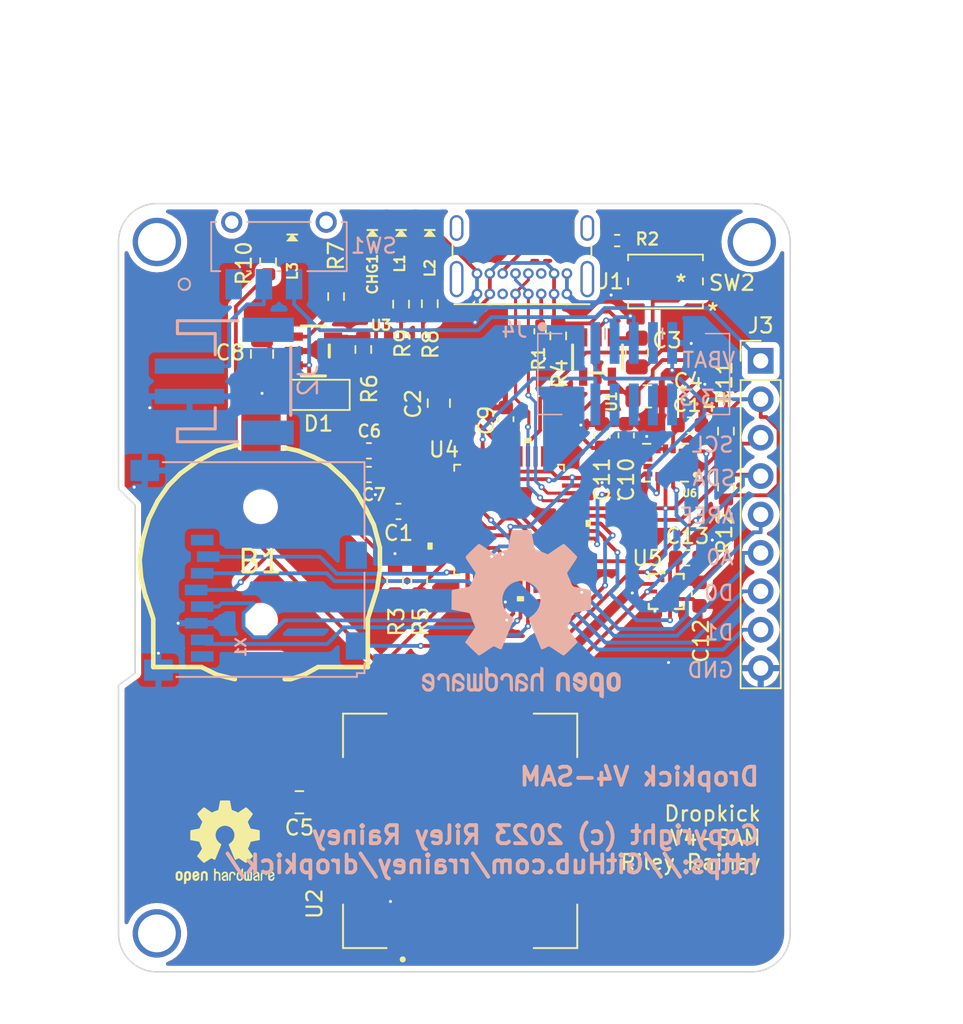
<source format=kicad_pcb>
(kicad_pcb (version 20211014) (generator pcbnew)
  (title_block (date "2022-03-14"))
  (layers (0 "F.Cu" signal) (31 "B.Cu" signal) (34 "B.Paste" user) (35 "F.Paste" user) (36 "B.SilkS" user "B.Silkscreen") (37 "F.SilkS" user "F.Silkscreen") (38 "B.Mask" user) (39 "F.Mask" user) (44 "Edge.Cuts" user))
  (net 0 "")
  (net 1 "/VBACKUP")
  (net 2 "GND")
  (net 3 "/AREF")
  (net 4 "+3V3")
  (net 5 "VBUS")
  (net 7 "Net-(C7-Pad1)")
  (net 8 "Net-(C6-Pad1)")
  (net 9 "VBAT")
  (net 10 "Net-(C9-Pad1)")
  (net 11 "Net-(J1-PadA5)")
  (net 13 "Net-(CHG1-PadC)")
  (net 14 "Net-(L1-PadA)")
  (net 20 "/EN")
  (net 21 "/D13")
  (net 22 "/D12")
  (net 23 "/D11")
  (net 24 "/D10")
  (net 25 "/D9")
  (net 26 "/D6")
  (net 27 "/D5")
  (net 28 "/SCL")
  (net 29 "/SDA")
  (net 30 "/D1")
  (net 31 "/D0")
  (net 32 "/MISO")
  (net 33 "/MOSI")
  (net 34 "/SCK")
  (net 35 "/A5")
  (net 36 "/A4")
  (net 37 "/A3")
  (net 38 "/A2")
  (net 39 "/A1")
  (net 40 "/A0")
  (net 41 "/~{RESET}")
  (net 42 "/D8")
  (net 43 "Net-(L3-PadA)")
  (net 44 "Net-(L2-PadA)")
  (net 45 "Net-(J1-PadB5)")
  (net 46 "/SWCLK")
  (net 47 "/SWDIO")
  (net 48 "/SD_CS")
  (net 49 "/D3")
  (net 51 "/D2")
  (net 52 "/D7")
  (net 53 "/D-")
  (net 54 "/D+")
  (net 57 "Net-(J2-Pad2)")
  (net 61 "Net-(R6-Pad1)")
  (net 62 "/RX")
  (net 63 "/TX")
  (net 64 "/{slash}RESET")
  (net 65 "Net-(R7-Pad2)")
  (footprint "Capacitor_SMD:C_0603_1608Metric" (layer "F.Cu") (at 95.5 59.8 90)
    (fp_text reference "C11")
    (fp_text value "2.2uF")
  )
  (footprint "lib_fr:CHIPLED_0603_NOOUTLINE" (layer "F.Cu") (at 80.3 46.4)
    (fp_text reference "CHG1")
    (fp_text value "LTST-C191KFKT")
  )
  (footprint "Resistor_SMD:R_0402_1005Metric" (layer "F.Cu") (at 96.5 46.9)
    (fp_text reference "R2")
    (fp_text value "5.1K")
  )
  (footprint "lib_fr:KMR211NG LFS" (layer "F.Cu") (at 99.7 49.6 180)
    (fp_text reference "SW2")
    (fp_text value "KMR211NG_LFS" hide)
  )
  (footprint "Connector_PinHeader_2.54mm:PinHeader_1x09_P2.54mm_Vertical" (layer "F.Cu") (at 106 54.85)
    (fp_text reference "J3")
    (fp_text value "Conn_01x08")
  )
  (footprint "Capacitor_SMD:C_0805_2012Metric" (layer "F.Cu") (at 84.7 57.65 90)
    (fp_text reference "C2")
    (fp_text value "10uF")
  )
  (footprint "Capacitor_SMD:C_0603_1608Metric" (layer "F.Cu") (at 80.074 60.8 180)
    (fp_text reference "C6")
    (fp_text value "22pF")
  )
  (footprint "lib_fr:MOUNTINGHOLE_2.5_PLATED" (layer "F.Cu") (at 105.41 46.99 90)
    (fp_text reference "H2" hide)
    (fp_text value "MountingHole")
  )
  (footprint "lib_fr:ATSAMD21G15B-AU" (layer "F.Cu") (at 89.35 65.35)
    (fp_text reference "U4")
    (fp_text value "ATSAMD21G18A-AUT" hide)
  )
  (footprint "Capacitor_SMD:C_0603_1608Metric" (layer "F.Cu") (at 101.1507 67.875)
    (fp_text reference "C13")
    (fp_text value "100nF")
  )
  (footprint "lib_fr:MOUNTINGHOLE_2.5_PLATED" (layer "F.Cu") (at 66.04 46.99)
    (fp_text reference "H1" hide)
    (fp_text value "MountingHole")
  )
  (footprint "Capacitor_SMD:C_0603_1608Metric" (layer "F.Cu") (at 89.13 58.71 90)
    (fp_text reference "C9")
    (fp_text value "1uF")
  )
  (footprint "Capacitor_SMD:C_0603_1608Metric" (layer "F.Cu") (at 80.074 62.366 180)
    (fp_text reference "C7")
    (fp_text value "22pF")
  )
  (footprint "lib_fr:CHIPLED_0603_NOOUTLINE" (layer "F.Cu") (at 84.1 46.4)
    (fp_text reference "L2")
    (fp_text value "LTST-S270KRKT")
  )
  (footprint "Resistor_SMD:R_0603_1608Metric" (layer "F.Cu") (at 103.7 59.5 -90)
    (fp_text reference "R11")
    (fp_text value "10K")
  )
  (footprint "Resistor_SMD:R_0603_1608Metric" (layer "F.Cu") (at 77.9 50.6 -90)
    (fp_text reference "R7")
    (fp_text value "1K")
  )
  (footprint "Capacitor_SMD:C_0805_2012Metric" (layer "F.Cu") (at 98.5 57.2)
    (fp_text reference "C4")
    (fp_text value "10uF")
  )
  (footprint "Connector_USB:USB_C_Receptacle_GCT_USB4085" (layer "F.Cu") (at 93.175 50.425 180)
    (fp_text reference "J1")
    (fp_text value "USB C USB2.0 ")
  )
  (footprint "Resistor_SMD:R_0603_1608Metric" (layer "F.Cu") (at 84.1 51.075 90)
    (fp_text reference "R8")
    (fp_text value "2.2K")
  )
  (footprint "lib_fr:MOUNTINGHOLE_2.5_PLATED" (layer "F.Cu") (at 66.04 92.71)
    (fp_text reference "H3" hide)
    (fp_text value "MountingHole")
  )
  (footprint "Resistor_SMD:R_0402_1005Metric" (layer "F.Cu") (at 91.4 52.9 -90)
    (fp_text reference "R1")
    (fp_text value "5.1K")
  )
  (footprint "lib_fr:PQFN50P300X250X97-14N" (layer "F.Cu") (at 99.7 61.585 180)
    (fp_text reference "U6")
    (fp_text value "ICM-42688-P")
  )
  (footprint "Resistor_SMD:R_0603_1608Metric" (layer "F.Cu") (at 103.7 63.2 90)
    (fp_text reference "R12")
    (fp_text value "10K")
  )
  (footprint "Capacitor_SMD:C_0805_2012Metric" (layer "F.Cu") (at 97.8 54.3 -90)
    (fp_text reference "C3")
    (fp_text value "10uF")
  )
  (footprint "Symbol:OSHW-Logo2_7.3x6mm_SilkScreen" (layer "F.Cu") (at 70.55 86.68)
    (fp_text reference "REF2" hide)
    (fp_text value "OSHW-Logo2_7.3x6mm_SilkScreen" hide)
  )
  (footprint "Capacitor_SMD:C_0603_1608Metric" (layer "F.Cu") (at 101.9507 70.275 -90)
    (fp_text reference "C12")
    (fp_text value "100nF")
  )
  (footprint "Capacitor_SMD:C_0805_2012Metric" (layer "F.Cu") (at 73 54.4 90)
    (fp_text reference "C8")
    (fp_text value "10uF")
  )
  (footprint "lib_fr:CHIPLED_0603_NOOUTLINE" (layer "F.Cu") (at 75 46.7)
    (fp_text reference "L3")
    (fp_text value "LTST-S270KGKT")
  )
  (footprint "Resistor_SMD:R_0603_1608Metric" (layer "F.Cu") (at 79.7 54.1 -90)
    (fp_text reference "R6")
    (fp_text value "10K")
  )
  (footprint "Capacitor_SMD:C_0603_1608Metric" (layer "F.Cu") (at 82.03 64.81 180)
    (fp_text reference "C1")
    (fp_text value "1uF")
  )
  (footprint "Diode_SMD:D_SOD-123F" (layer "F.Cu") (at 76.6 57.1 180)
    (fp_text reference "D1")
    (fp_text value "SCHOTTKY 20V")
  )
  (footprint "lib_fr:MODULE_SAM-M8Q-0-10" (layer "F.Cu") (at 86.11 85.93 90)
    (fp_text reference "U2")
    (fp_text value "SAM-M10Q")
  )
  (footprint "Capacitor_SMD:C_0603_1608Metric" (layer "F.Cu") (at 101.3 59.1)
    (fp_text reference "C14")
    (fp_text value "10nF")
  )
  (footprint "Resistor_SMD:R_0603_1608Metric" (layer "F.Cu") (at 82.2 51.1 90)
    (fp_text reference "R9")
    (fp_text value "2.2K")
  )
  (footprint "Capacitor_SMD:C_0603_1608Metric" (layer "F.Cu") (at 97.1 59.785 90)
    (fp_text reference "C10")
    (fp_text value "0.1uF")
  )
  (footprint "Resistor_SMD:R_0603_1608Metric" (layer "F.Cu") (at 83.4 69.4 90)
    (fp_text reference "R5")
    (fp_text value "100K")
  )
  (footprint "lib_fr:CR1220-2" (layer "F.Cu") (at 72.9 68 -90)
    (fp_text reference "B1")
    (fp_text value "CR1220")
  )
  (footprint "lib_fr:LGA10_BMP390_BOS" (layer "F.Cu") (at 99.7507 70.1)
    (fp_text reference "U5")
    (fp_text value "BMP390")
  )
  (footprint "lib_fr:SOT23-5" (layer "F.Cu") (at 95.2 54.6 180)
    (fp_text reference "U1")
    (fp_text value "SPX3819-3.3")
  )
  (footprint "lib_fr:CHIPLED_0603_NOOUTLINE" (layer "F.Cu") (at 82.2 46.4)
    (fp_text reference "L1")
    (fp_text value "LTST-S270KGKT")
  )
  (footprint "Resistor_SMD:R_0603_1608Metric" (layer "F.Cu") (at 81.8 69.4 -90)
    (fp_text reference "R3")
    (fp_text value "100K")
  )
  (footprint "Resistor_SMD:R_0603_1608Metric" (layer "F.Cu") (at 92.6 53.2 -90)
    (fp_text reference "R4")
    (fp_text value "100K")
  )
  (footprint "lib_fr:SOT23-5" (layer "F.Cu") (at 76.4 54.2 -90)
    (fp_text reference "U3")
    (fp_text value "MCP73831T-2ACI/OT")
  )
  (footprint "Resistor_SMD:R_0603_1608Metric" (layer "F.Cu") (at 73.4 48.3 90)
    (fp_text reference "R10")
    (fp_text value "2.2K")
  )
  (footprint "Capacitor_SMD:C_0805_2012Metric" (layer "F.Cu") (at 75.47 84.04 180)
    (fp_text reference "C5")
    (fp_text value "10uF")
  )
  (footprint "lib_fr:MICROSD" (layer "B.Cu") (at 79.68 75.7 90)
    (fp_text reference "X1")
    (fp_text value "MEM2061-01-188-00-A")
  )
  (footprint "lib_fr:3221-10-0300-00-TR" (layer "B.Cu") (at 97.6 55.7)
    (fp_text reference "J4")
    (fp_text value "3221-10-0300-00-TR" hide)
  )
  (footprint "lib_fr:450405020524" (layer "B.Cu") (at 71.12 49.784)
    (fp_text reference "SW1")
    (fp_text value "450405020524" hide)
  )
  (footprint "Symbol:OSHW-Logo2_14.6x12mm_SilkScreen" (layer "B.Cu") (at 90.16 71.59 180)
    (fp_text reference "REF1" hide)
    (fp_text value "OSHW-Logo2_14.6x12mm_SilkScreen" hide)
  )
  (footprint "lib_fr:JSTPH2" (layer "B.Cu") (at 71.9 56.2 90)
    (fp_text reference "J2")
    (fp_text value "BATT" hide)
  )
  (gr_line (start 105.41 95.25) (end 66.04 95.25) (layer "Edge.Cuts") (width 0.1))
  (gr_line (start 64.6 75.5) (end 63.5 76.3) (layer "Edge.Cuts") (width 0.1))
  (gr_arc (start 63.5 46.99) (mid 64.243949 45.193949) (end 66.04 44.45) (layer "Edge.Cuts") (width 0.1))
  (gr_arc (start 105.41 44.45) (mid 107.206051 45.193949) (end 107.95 46.99) (layer "Edge.Cuts") (width 0.1))
  (gr_line (start 63.5 46.99) (end 63.5 63.3) (layer "Edge.Cuts") (width 0.1))
  (gr_arc (start 66.04 95.25) (mid 64.243949 94.506051) (end 63.5 92.71) (layer "Edge.Cuts") (width 0.1))
  (gr_line (start 63.5 92.71) (end 63.5 76.3) (layer "Edge.Cuts") (width 0.1))
  (gr_line (start 105.41 44.45) (end 66.04 44.45) (layer "Edge.Cuts") (width 0.1))
  (gr_line (start 64.6 64.4) (end 64.6 75.5) (layer "Edge.Cuts") (width 0.1))
  (gr_line (start 107.95 92.71) (end 107.95 46.99) (layer "Edge.Cuts") (width 0.1))
  (gr_arc (start 107.95 92.71) (mid 107.206051 94.506051) (end 105.41 95.25) (layer "Edge.Cuts") (width 0.1))
  (gr_line (start 63.5 63.3) (end 64.6 64.4) (layer "Edge.Cuts") (width 0.1))
  (gr_text "GND" (at 104.3 75.3) (layer "B.SilkS") (effects (font (size 1 1)) (justify left mirror)))
  (gr_text "SCL" (at 104.3 60.4) (layer "B.SilkS") (effects (font (size 1 1)) (justify left mirror)))
  (gr_text "D0" (at 104.3 70.2) (layer "B.SilkS") (effects (font (size 1 1)) (justify left mirror)))
  (gr_text "VBAT" (at 104.41 54.8) (layer "B.SilkS") (effects (font (size 1 1)) (justify left mirror)))
  (gr_text "D1" (at 104.3 72.816665) (layer "B.SilkS") (effects (font (size 1 1)) (justify left mirror)))
  (gr_text "Dropkick V4-SAM\n\nCopyright (c) 2023 Riley Rainey\nhttps://GitHub.com/rrainey/dropkick/" (at 106.02 85.24) (layer "B.SilkS") (effects (font (size 1.2 1.2) (thickness 0.25)) (justify left mirror)))
  (gr_text "SDA" (at 104.4 62.6) (layer "B.SilkS") (effects (font (size 1 1)) (justify left mirror)))
  (gr_text "+3.3" (at 104.3 57.3) (layer "B.SilkS") (effects (font (size 1 1)) (justify left mirror)))
  (gr_text "AREF" (at 104.4 65.1) (layer "B.SilkS") (effects (font (size 1 1)) (justify left mirror)))
  (gr_text "A0" (at 104.3 67.849999) (layer "B.SilkS") (effects (font (size 1 1)) (justify left mirror)))
  (gr_text "Dropkick\nV4-SAM\nRiley Rainey" (at 106.1 86.4) (layer "F.SilkS") (effects (font (size 1 1)) (justify right)))
  (segment (start 81.4108 93.7569) (end 86.11 93.7569) (width 0.25) (layer "F.Cu") (net 1))
  (segment (start 86.11 92.53) (end 86.11 93.7569) (width 0.25) (layer "F.Cu") (net 1))
  (segment (start 72.9 85.2461) (end 81.4108 93.7569) (width 0.25) (layer "F.Cu") (net 1))
  (segment (start 72.9 76.41) (end 72.9 85.2461) (width 0.25) (layer "F.Cu") (net 1))
  (segment (start 98.35 55.25) (end 99.3 54.3) (width 0.25) (layer "F.Cu") (net 2))
  (segment (start 101.806756 62.335) (end 102.9245 61.217256) (width 0.25) (layer "F.Cu") (net 2))
  (segment (start 82.425 67.6) (end 83.4 68.575) (width 0.25) (layer "F.Cu") (net 2))
  (segment (start 99.9 53.7) (end 101.4 53.7) (width 0.25) (layer "F.Cu") (net 2))
  (segment (start 73.75 54.2) (end 73 53.45) (width 0.25) (layer "F.Cu") (net 2))
  (segment (start 95.300001 63.099999) (end 95.5 62.9) (width 0.25) (layer "F.Cu") (net 2))
  (segment (start 96.065 59.06) (end 94.14 59.06) (width 0.25) (layer "F.Cu") (net 2))
  (segment locked (start 89.93 59.937817) (end 89.93 58.735) (width 0.25) (layer "F.Cu") (net 2))
  (segment (start 80.5 63.567) (end 79.299 62.366) (width 0.25) (layer "F.Cu") (net 2))
  (segment locked (start 89.93 58.735) (end 89.13 57.935) (width 0.25) (layer "F.Cu") (net 2))
  (segment (start 102.9245 60.682744) (end 102.275 60.033244) (width 0.25) (layer "F.Cu") (net 2))
  (segment (start 97.5 70.2) (end 98.100126 69.599874) (width 0.25) (layer "F.Cu") (net 2))
  (segment (start 95.2 53.2999) (end 95.2 52.749379) (width 0.25) (layer "F.Cu") (net 2))
  (segment locked (start 97.621167 59.01) (end 97.3 59.01) (width 0.25) (layer "F.Cu") (net 2))
  (segment (start 102.275 60.033244) (end 102.275 59.185) (width 0.25) (layer "F.Cu") (net 2))
  (segment (start 102.275 56.425) (end 102.3 56.4) (width 0.25) (layer "F.Cu") (net 2))
  (segment (start 83.39 65.61) (end 82.055 65.61) (width 0.25) (layer "F.Cu") (net 2))
  (segment locked (start 100.5 70.600126) (end 101.500826 70.600126) (width 0.25) (layer "F.Cu") (net 2))
  (segment locked (start 100.5 70.1) (end 100.5 70.600126) (width 0.25) (layer "F.Cu") (net 2))
  (segment (start 102.9245 61.217256) (end 102.9245 60.682744) (width 0.25) (layer "F.Cu") (net 2))
  (segment (start 80.5 63.7) (end 80.5 63.567) (width 0.25) (layer "F.Cu") (net 2))
  (segment (start 99.0014 71.3986) (end 99 71.4) (width 0.25) (layer "F.Cu") (net 2))
  (segment (start 97.94 59.01) (end 97.3 59.01) (width 0.25) (layer "F.Cu") (net 2))
  (segment (start 84.1736 64.6353) (end 84.1736 64.8264) (width 0.25) (layer "F.Cu") (net 2))
  (segment (start 97.8 55.25) (end 98.35 55.25) (width 0.25) (layer "F.Cu") (net 2))
  (segment (start 102.8 66.7) (end 102.8 67.0007) (width 0.25) (layer "F.Cu") (net 2))
  (segment (start 96.115 59.01) (end 96.065 59.06) (width 0.25) (layer "F.Cu") (net 2))
  (segment (start 80.5 63.7) (end 80.5 64.055) (width 0.25) (layer "F.Cu") (net 2))
  (segment (start 79.7 54.925) (end 78.975 54.2) (width 0.25) (layer "F.Cu") (net 2))
  (segment locked (start 89.6 61.1717) (end 89.6 60.267817) (width 0.25) (layer "F.Cu") (net 2))
  (segment (start 89.1 69.5283) (end 89.1 70.8) (width 0.25) (layer "F.Cu") (net 2))
  (segment (start 87.225 48.948984) (end 84.1 45.823984) (width 0.25) (layer "F.Cu") (net 2))
  (segment locked (start 101.500826 70.600126) (end 101.9507 71.05) (width 0.25) (layer "F.Cu") (net 2))
  (segment (start 99.45 57.5) (end 97.94 59.01) (width 0.25) (layer "F.Cu") (net 2))
  (segment locked (start 99.2 60.588833) (end 98.455584 59.844416) (width 0.25) (layer "F.Cu") (net 2))
  (segment (start 78.975 54.2) (end 75.0999 54.2) (width 0.25) (layer "F.Cu") (net 2))
  (segment (start 98.100126 69.599874) (end 99.0014 69.599874) (width 0.25) (layer "F.Cu") (net 2))
  (segment (start 97.3745 51.8866) (end 97.3745 51.7745) (width 0.25) (layer "F.Cu") (net 2))
  (segment (start 102.275 59.185) (end 102.275 56.425) (width 0.25) (layer "F.Cu") (net 2))
  (segment (start 95.2 52.749379) (end 95.769131 52.180248) (width 0.25) (layer "F.Cu") (net 2))
  (segment (start 75.0999 54.2) (end 73.75 54.2) (width 0.25) (layer "F.Cu") (net 2))
  (segment (start 96.6 64) (end 98.265 62.335) (width 0.25) (layer "F.Cu") (net 2))
  (segment (start 84.208901 64.599999) (end 84.1736 64.6353) (width 0.25) (layer "F.Cu") (net 2))
  (segment (start 93.5283 63.099999) (end 95.300001 63.099999) (width 0.25) (layer "F.Cu") (net 2))
  (segment (start 85.1717 64.599999) (end 84.208901 64.599999) (width 0.25) (layer "F.Cu") (net 2))
  (segment locked (start 89.6 60.267817) (end 89.93 59.937817) (width 0.25) (layer "F.Cu") (net 2))
  (segment (start 84.1 45.823984) (end 84.1 45.65) (width 0.25) (layer "F.Cu") (net 2))
  (segment (start 99.45 56.1637) (end 100.14 55.4737) (width 0.25) (layer "F.Cu") (net 2))
  (segment (start 82.055 65.61) (end 81.255 64.81) (width 0.25) (layer "F.Cu") (net 2))
  (segment (start 94.14 59.06) (end 94.1 59.1) (width 0.25) (layer "F.Cu") (net 2))
  (segment (start 87.225 49.075) (end 87.225 48.948984) (width 0.25) (layer "F.Cu") (net 2))
  (segment locked (start 99.2 60.67) (end 99.2 60.588833) (width 0.25) (layer "F.Cu") (net 2))
  (segment (start 99.7 60.67) (end 99.2 60.67) (width 0.25) (layer "F.Cu") (net 2))
  (segment (start 100.865 62.335) (end 101.806756 62.335) (width 0.25) (layer "F.Cu") (net 2))
  (segment (start 97.3 59.01) (end 96.115 59.01) (width 0.25) (layer "F.Cu") (net 2))
  (segment (start 84.1736 64.8264) (end 83.39 65.61) (width 0.25) (layer "F.Cu") (net 2))
  (segment (start 99.3 54.3) (end 99.9 53.7) (width 0.25) (layer "F.Cu") (net 2))
  (segment (start 97.3745 51.7745) (end 96.1 50.5) (width 0.25) (layer "F.Cu") (net 2))
  (segment (start 98.265 62.335) (end 98.535 62.335) (width 0.25) (layer "F.Cu") (net 2))
  (segment (start 102.8 67.0007) (end 101.9257 67.875) (width 0.25) (layer "F.Cu") (net 2))
  (segment (start 99.45 57.5) (end 99.45 56.1637) (width 0.25) (layer "F.Cu") (net 2))
  (segment (start 80.5 64.055) (end 81.255 64.81) (width 0.25) (layer "F.Cu") (net 2))
  (segment locked (start 98.455584 59.844416) (end 97.621167 59.01) (width 0.25) (layer "F.Cu") (net 2))
  (segment (start 81.8 67.6) (end 82.425 67.6) (width 0.25) (layer "F.Cu") (net 2))
  (segment (start 99.0014 70.600126) (end 99.0014 71.3986) (width 0.25) (layer "F.Cu") (net 2))
  (via (at 100.14 55.4737) (size 0.4) (drill 0.2) (layers "F.Cu" "B.Cu") (net 2))
  (via (at 91.7 54.7) (size 0.4) (drill 0.2) (layers "F.Cu" "B.Cu") (net 2))
  (via (at 99.9 74.8) (size 0.4) (drill 0.2) (layers "F.Cu" "B.Cu") (net 2))
  (via (at 102.8 66.7) (size 0.4) (drill 0.2) (layers "F.Cu" "B.Cu") (net 2))
  (via (at 96.1 50.5) (size 0.4) (drill 0.2) (layers "F.Cu" "B.Cu") (net 2))
  (via (at 65.5731 57.9521) (size 0.4) (drill 0.2) (layers "F.Cu" "B.Cu") (net 2))
  (via (at 99 71.4) (size 0.4) (drill 0.2) (layers "F.Cu" "B.Cu") (net 2))
  (via (at 94.1 59.1) (size 0.4) (drill 0.2) (layers "F.Cu" "B.Cu") (net 2))
  (via (at 102.3 56.4) (size 0.4) (drill 0.2) (layers "F.Cu" "B.Cu") (net 2))
  (via (at 73 57) (size 0.4) (drill 0.2) (layers "F.Cu" "B.Cu") (net 2))
  (via (at 95.5 62.9) (size 0.4) (drill 0.2) (layers "F.Cu" "B.Cu") (net 2))
  (via (at 67.4463 72.2) (size 0.4) (drill 0.2) (layers "F.Cu" "B.Cu") (net 2))
  (via (at 64.5382 63.203) (size 0.4) (drill 0.2) (layers "F.Cu" "B.Cu") (net 2))
  (via (at 95.769131 52.180248) (size 0.4) (drill 0.2) (layers "F.Cu" "B.Cu") (net 2))
  (via (at 80.5 63.7) (size 0.4) (drill 0.2) (layers "F.Cu" "B.Cu") (net 2))
  (via (at 81.5 90.6) (size 0.4) (drill 0.2) (layers "F.Cu" "B.Cu") (net 2))
  (via (at 97.3745 51.8866) (size 0.4) (drill 0.2) (layers "F.Cu" "B.Cu") (net 2))
  (via (at 81.8 67.6) (size 0.4) (drill 0.2) (layers "F.Cu" "B.Cu") (net 2))
  (via (at 98.455584 59.844416) (size 0.4) (drill 0.2) (layers "F.Cu" "B.Cu") (net 2))
  (via (at 101.4 53.7) (size 0.4) (drill 0.2) (layers "F.Cu" "B.Cu") (net 2))
  (via (at 87.1 52.3) (size 0.4) (drill 0.2) (layers "F.Cu" "B.Cu") (net 2))
  (via (at 97.5 70.2) (size 0.4) (drill 0.2) (layers "F.Cu" "B.Cu") (net 2))
  (via (at 89.1 70.8) (size 0.4) (drill 0.2) (layers "F.Cu" "B.Cu") (net 2))
  (via (at 96.6 64) (size 0.4) (drill 0.2) (layers "F.Cu" "B.Cu") (net 2))
  (via (at 66.14 74.1862) (size 0.4) (drill 0.2) (layers "F.Cu" "B.Cu") (net 2))
  (segment (start 64.5382 63.203) (end 64.6143 63.1269) (width 0.25) (layer "B.Cu") (net 2))
  (segment (start 67.4463 72.2) (end 68.64 72.2) (width 0.25) (layer "B.Cu") (net 2))
  (segment (start 68.2 57.2) (end 65.5731 57.2) (width 0.25) (layer "B.Cu") (net 2))
  (segment (start 64.6143 63.1269) (end 65.24 63.1269) (width 0.25) (layer "B.Cu") (net 2))
  (segment (start 96.6 64) (end 95.5 62.9) (width 0.25) (layer "B.Cu") (net 2))
  (segment (start 87.225 50.425) (end 87.225 52.175) (width 0.25) (layer "B.Cu") (net 2))
  (segment (start 87.225 49.075) (end 87.225 50.425) (width 0.25) (layer "B.Cu") (net 2))
  (segment (start 93.175 50.425) (end 93.72 50.97) (width 0.25) (layer "B.Cu") (net 2))
  (segment (start 96.33 52.23) (end 96.33 51.9631) (width 0.25) (layer "B.Cu") (net 2))
  (segment (start 95.43 50.97) (end 95.9 50.5) (width 0.25) (layer "B.Cu") (net 2))
  (segment (start 93.72 50.97) (end 95.43 50.97) (width 0.25) (layer "B.Cu") (net 2))
  (segment (start 65.5731 57.9521) (end 65.5731 57.2) (width 0.25) (layer "B.Cu") (net 2))
  (segment (start 97.6 53.67) (end 97.6 51.9631) (width 0.25) (layer "B.Cu") (net 2))
  (segment (start 65.24 62.1) (end 65.24 63.1269) (width 0.25) (layer "B.Cu") (net 2))
  (segment (start 96.33 53.67) (end 96.33 52.23) (width 0.25) (layer "B.Cu") (net 2))
  (segment (start 97.3745 51.8866) (end 97.3745 51.9631) (width 0.25) (layer "B.Cu") (net 2))
  (segment (start 95.9 50.5) (end 96.1 50.5) (width 0.25) (layer "B.Cu") (net 2))
  (segment (start 97.3745 51.9631) (end 97.6 51.9631) (width 0.25) (layer "B.Cu") (net 2))
  (segment (start 96.33 51.9631) (end 97.3745 51.9631) (width 0.25) (layer "B.Cu") (net 2))
  (segment (start 96.280248 52.180248) (end 96.33 52.23) (width 0.25) (layer "B.Cu") (net 2))
  (segment (start 95.769131 52.180248) (end 96.280248 52.180248) (width 0.25) (layer "B.Cu") (net 2))
  (segment (start 87.225 52.175) (end 87.1 52.3) (width 0.25) (layer "B.Cu") (net 2))
  (segment (start 100.14 53.67) (end 100.14 55.4737) (width 0.25) (layer "B.Cu") (net 2))
  (segment (start 66.14 75.3) (end 66.14 74.1862) (width 0.25) (layer "B.Cu") (net 2))
  (segment (start 93.175 49.075) (end 93.175 50.425) (width 0.25) (layer "B.Cu") (net 2))
  (segment (start 83.515 64.1) (end 85.1717 64.1) (width 0.25) (layer "F.Cu") (net 3))
  (segment (start 91.8291 67.4313) (end 91.8291 67.8285) (width 0.25) (layer "F.Cu") (net 3))
  (segment (start 89.0214 65.2865) (end 89.6843 65.2865) (width 0.25) (layer "F.Cu") (net 3))
  (segment (start 89.6843 65.2865) (end 91.8291 67.4313) (width 0.25) (layer "F.Cu") (net 3))
  (segment (start 88.402 65.9059) (end 89.0214 65.2865) (width 0.25) (layer "F.Cu") (net 3))
  (segment (start 86.1717 64.1) (end 86.1717 64.2098) (width 0.25) (layer "F.Cu") (net 3))
  (segment (start 86.1717 64.2098) (end 87.8678 65.9059) (width 0.25) (layer "F.Cu") (net 3))
  (segment (start 85.1717 64.1) (end 86.1717 64.1) (width 0.25) (layer "F.Cu") (net 3))
  (segment (start 87.8678 65.9059) (end 88.402 65.9059) (width 0.25) (layer "F.Cu") (net 3))
  (segment (start 91.8291 67.8285) (end 94.1561 70.1555) (width 0.25) (layer "F.Cu") (net 3))
  (segment (start 82.805 64.81) (end 83.515 64.1) (width 0.25) (layer "F.Cu") (net 3))
  (via (at 94.1561 70.1555) (size 0.4) (drill 0.2) (layers "F.Cu" "B.Cu") (net 3))
  (segment (start 101.1162 71.665) (end 100.2063 72.5749) (width 0.25) (layer "B.Cu") (net 3))
  (segment (start 105.5123 66.1869) (end 101.1162 70.583) (width 0.25) (layer "B.Cu") (net 3))
  (segment (start 96.5755 72.5749) (end 94.1561 70.1555) (width 0.25) (layer "B.Cu") (net 3))
  (segment (start 106 65.01) (end 106 66.1869) (width 0.25) (layer "B.Cu") (net 3))
  (segment (start 101.1162 70.583) (end 101.1162 71.665) (width 0.25) (layer "B.Cu") (net 3))
  (segment (start 106 66.1869) (end 105.5123 66.1869) (width 0.25) (layer "B.Cu") (net 3))
  (segment (start 100.2063 72.5749) (end 96.5755 72.5749) (width 0.25) (layer "B.Cu") (net 3))
  (segment (start 80.7354 84.03) (end 80.7369 84.03) (width 0.25) (layer "F.Cu") (net 4))
  (segment (start 71.268 51.257) (end 73.4 49.125) (width 0.25) (layer "F.Cu") (net 4))
  (segment (start 102.517256 55.8755) (end 102.082744 55.8755) (width 0.25) (layer "F.Cu") (net 4))
  (segment (start 86.9038 58.6) (end 88.6 60.2962) (width 0.25) (layer "F.Cu") (net 4))
  (segment (start 103.7 58.3777) (end 104.6877 57.39) (width 0.25) (layer "F.Cu") (net 4))
  (segment (start 89.4408 66.3852) (end 87.4569 66.3852) (width 0.25) (layer "F.Cu") (net 4))
  (segment (start 79.51 84.03) (end 80.6235 84.03) (width 0.25) (layer "F.Cu") (net 4))
  (segment (start 106 57.39) (end 106 58.5669) (width 0.25) (layer "F.Cu") (net 4))
  (segment (start 104.6877 57.39) (end 104.8231 57.39) (width 0.25) (layer "F.Cu") (net 4))
  (segment (start 103.985 63.74) (end 106.4635 63.74) (width 0.25) (layer "F.Cu") (net 4))
  (segment (start 94.868244 60.61) (end 93.550499 59.292255) (width 0.25) (layer "F.Cu") (net 4))
  (segment (start 103.7 67.751) (end 103.7 64.025) (width 0.25) (layer "F.Cu") (net 4))
  (segment (start 97.55 57.5) (end 96.9538 56.9037) (width 0.25) (layer "F.Cu") (net 4))
  (segment (start 98.85 55.45) (end 99.5 54.8) (width 0.25) (layer "F.Cu") (net 4))
  (segment (start 88.6 69.5283) (end 88.6 68.5283) (width 0.25) (layer "F.Cu") (net 4))
  (segment (start 93.550499 58.813811) (end 95.46061 56.9037) (width 0.25) (layer "F.Cu") (net 4))
  (segment (start 100.0008 69.3507) (end 100.001 69.3509) (width 0.25) (layer "F.Cu") (net 4))
  (segment (start 107.1775 59.3786) (end 106.3658 58.5669) (width 0.25) (layer "F.Cu") (net 4))
  (segment locked (start 99.500637 70.2674) (end 100.000763 69.767274) (width 0.25) (layer "F.Cu") (net 4))
  (segment (start 80.7354 84.03) (end 84.21 87.5046) (width 0.25) (layer "F.Cu") (net 4))
  (segment (start 89.452 66.3964) (end 89.4408 66.3852) (width 0.25) (layer "F.Cu") (net 4))
  (segment (start 88.6 69.5283) (end 88.6 70.5283) (width 0.25) (layer "F.Cu") (net 4))
  (segment (start 94.5283 62.6) (end 94.5283 61.5467) (width 0.25) (layer "F.Cu") (net 4))
  (segment locked (start 100.5 67.9993) (end 100.3757 67.875) (width 0.25) (layer "F.Cu") (net 4))
  (segment (start 85.4019 70.5283) (end 80.8671 75.0631) (width 0.25) (layer "F.Cu") (net 4))
  (segment locked (start 98.535 60.835) (end 97.575 60.835) (width 0.25) (layer "F.Cu") (net 4))
  (segment (start 88.6 68.5283) (end 88.8566 68.5283) (width 0.25) (layer "F.Cu") (net 4))
  (segment (start 100.3757 67.875) (end 100.376 67.875) (width 0.25) (layer "F.Cu") (net 4))
  (segment (start 98.85 55.85) (end 98.85 55.45) (width 0.25) (layer "F.Cu") (net 4))
  (segment (start 100.725 57.233244) (end 100.725 59.185) (width 0.25) (layer "F.Cu") (net 4))
  (segment (start 106.3658 58.5669) (end 106 58.5669) (width 0.25) (layer "F.Cu") (net 4))
  (segment (start 101.007244 54.8) (end 102.082744 55.8755) (width 0.25) (layer "F.Cu") (net 4))
  (segment (start 93.550499 59.292255) (end 93.550499 58.813811) (width 0.25) (layer "F.Cu") (net 4))
  (segment (start 95.46061 56.9037) (end 96.9538 56.9037) (width 0.25) (layer "F.Cu") (net 4))
  (segment (start 78.8966 84.03) (end 78.2831 84.03) (width 0.25) (layer "F.Cu") (net 4))
  (segment locked (start 99.2 63.6) (end 99.2 62.5) (width 0.25) (layer "F.Cu") (net 4))
  (segment (start 106 57.39) (end 104.8231 57.39) (width 0.25) (layer "F.Cu") (net 4))
  (segment (start 97.55 57.15) (end 98.85 55.85) (width 0.25) (layer "F.Cu") (net 4))
  (segment locked (start 100.000763 69.500763) (end 100.000763 69.3507) (width 0.25) (layer "F.Cu") (net 4))
  (segment (start 80.8671 83.8998) (end 80.7369 84.03) (width 0.25) (layer "F.Cu") (net 4))
  (segment (start 107.1775 63.026) (end 107.1775 59.3786) (width 0.25) (layer "F.Cu") (net 4))
  (segment (start 103.7 58.3777) (end 103.7 57.058244) (width 0.25) (layer "F.Cu") (net 4))
  (segment (start 96.115 60.56) (end 96.065 60.61) (width 0.25) (layer "F.Cu") (net 4))
  (segment (start 106.4635 63.74) (end 107.1775 63.026) (width 0.25) (layer "F.Cu") (net 4))
  (segment (start 96.9538 56.9037) (end 96.15 56.1) (width 0.25) (layer "F.Cu") (net 4))
  (segment locked (start 97.575 60.835) (end 97.3 60.56) (width 0.25) (layer "F.Cu") (net 4))
  (segment locked (start 100.5 69.599874) (end 100.5 67.9993) (width 0.25) (layer "F.Cu") (net 4))
  (segment locked (start 99.500637 70.8493) (end 99.500637 70.2674) (width 0.25) (layer "F.Cu") (net 4))
  (segment (start 92.5283 62.5381) (end 92.1619 62.1717) (width 0.25) (layer "F.Cu") (net 4))
  (segment locked (start 100.000763 69.3507) (end 100.000763 68.249937) (width 0.25) (layer "F.Cu") (net 4))
  (segment (start 73.4417 67.6376) (end 71.268 65.464) (width 0.25) (layer "F.Cu") (net 4))
  (segment (start 97.55 57.5) (end 97.55 57.15) (width 0.25) (layer "F.Cu") (net 4))
  (segment (start 71.268 65.464) (end 71.268 51.257) (width 0.25) (layer "F.Cu") (net 4))
  (segment (start 80.6235 84.03) (end 80.7354 84.03) (width 0.25) (layer "F.Cu") (net 4))
  (segment (start 88.6 61.1717) (end 88.6 62.1717) (width 0.25) (layer "F.Cu") (net 4))
  (segment (start 84.7 58.6) (end 86.9038 58.6) (width 0.25) (layer "F.Cu") (net 4))
  (segment (start 78.8966 84.03) (end 79.51 84.03) (width 0.25) (layer "F.Cu") (net 4))
  (segment (start 76.42 84.04) (end 78.2731 84.04) (width 0.25) (layer "F.Cu") (net 4))
  (segment (start 80.8671 75.0631) (end 73.4417 67.6376) (width 0.25) (layer "F.Cu") (net 4))
  (segment (start 93.5283 62.6) (end 94.5283 62.6) (width 0.25) (layer "F.Cu") (net 4))
  (segment (start 85.1717 65.1) (end 86.1717 65.1) (width 0.25) (layer "F.Cu") (net 4))
  (segment (start 92.1619 62.1717) (end 88.6 62.1717) (width 0.25) (layer "F.Cu") (net 4))
  (segment (start 92.5283 62.6) (end 92.5283 62.5381) (width 0.25) (layer "F.Cu") (net 4))
  (segment (start 96.15 56.1) (end 96.15 55.9001) (width 0.25) (layer "F.Cu") (net 4))
  (segment (start 101.951 69.5) (end 103.7 67.751) (width 0.25) (layer "F.Cu") (net 4))
  (segment (start 93.5283 62.6) (end 92.5283 62.6) (width 0.25) (layer "F.Cu") (net 4))
  (segment (start 84.21 87.5046) (end 84.21 92.53) (width 0.25) (layer "F.Cu") (net 4))
  (segment (start 94.5283 61.5467) (end 95.5 60.575) (width 0.25) (layer "F.Cu") (net 4))
  (segment (start 73.4417 67.6376) (end 71.592 69.4873) (width 0.25) (layer "F.Cu") (net 4))
  (segment locked (start 100.5 69.599874) (end 100.099874 69.599874) (width 0.25) (layer "F.Cu") (net 4))
  (segment (start 80.8671 75.0631) (end 80.8671 83.8998) (width 0.25) (layer "F.Cu") (net 4))
  (segment (start 96.065 60.61) (end 94.868244 60.61) (width 0.25) (layer "F.Cu") (net 4))
  (segment (start 88.8566 68.5283) (end 89.452 67.9329) (width 0.25) (layer "F.Cu") (net 4))
  (segment (start 102.082744 55.8755) (end 100.725 57.233244) (width 0.25) (layer "F.Cu") (net 4))
  (segment locked (start 100.2 59.71) (end 100.2 60.67) (width 0.25) (layer "F.Cu") (net 4))
  (segment locked (start 100.000763 68.249937) (end 100.3757 67.875) (width 0.25) (layer "F.Cu") (net 4))
  (segment locked (start 100.000763 69.767274) (end 100.000763 69.500763) (width 0.25) (layer "F.Cu") (net 4))
  (segment (start 89.452 67.9329) (end 89.452 66.3964) (width 0.25) (layer "F.Cu") (net 4))
  (segment (start 87.4569 66.3852) (end 86.1717 65.1) (width 0.25) (layer "F.Cu") (net 4))
  (segment (start 88.6 70.5283) (end 85.4019 70.5283) (width 0.25) (layer "F.Cu") (net 4))
  (segment (start 97.3 60.56) (end 96.115 60.56) (width 0.25) (layer "F.Cu") (net 4))
  (segment locked (start 101.850826 69.599874) (end 101.9507 69.5) (width 0.25) (layer "F.Cu") (net 4))
  (segment (start 99.5 54.8) (end 101.007244 54.8) (width 0.25) (layer "F.Cu") (net 4))
  (segment (start 103.7 57.058244) (end 102.517256 55.8755) (width 0.25) (layer "F.Cu") (net 4))
  (segment locked (start 100.099874 69.599874) (end 100.000763 69.500763) (width 0.25) (layer "F.Cu") (net 4))
  (segment (start 78.2731 84.04) (end 78.2831 84.03) (width 0.25) (layer "F.Cu") (net 4))
  (segment (start 103.7 58.675) (end 103.7 58.3777) (width 0.25) (layer "F.Cu") (net 4))
  (segment (start 101.9507 69.5) (end 101.9508 69.5001) (width 0.25) (layer "F.Cu") (net 4))
  (segment (start 103.7 64.025) (end 103.985 63.74) (width 0.25) (layer "F.Cu") (net 4))
  (segment (start 89.4408 66.3852) (end 89.4408 65.8165) (width 0.25) (layer "F.Cu") (net 4))
  (segment locked (start 100.5 69.599874) (end 101.850826 69.599874) (width 0.25) (layer "F.Cu") (net 4))
  (segment (start 88.6 60.2962) (end 88.6 61.1717) (width 0.25) (layer "F.Cu") (net 4))
  (segment locked (start 100.725 59.185) (end 100.2 59.71) (width 0.25) (layer "F.Cu") (net 4))
  (via (at 93.5283 62.560797) (size 0.4) (drill 0.2) (layers "F.Cu" "B.Cu") (net 4))
  (via (at 89.4408 65.8165) (size 0.4) (drill 0.2) (layers "F.Cu" "B.Cu") (net 4))
  (via (at 71.592 69.4873) (size 0.4) (drill 0.2) (layers "F.Cu" "B.Cu") (net 4))
  (via (at 99.1 63.6) (size 0.4) (drill 0.2) (layers "F.Cu" "B.Cu") (net 4))
  (segment (start 93.5283 62.9773) (end 93.5283 62.560797) (width 0.25) (layer "B.Cu") (net 4))
  (segment (start 95.7055 56.0224) (end 100.6377 56.0224) (width 0.25) (layer "B.Cu") (net 4))
  (segment (start 90.6892 65.8164) (end 93.5283 62.9773) (width 0.25) (layer "B.Cu") (net 4))
  (segment (start 95.06 55.3769) (end 95.7055 56.0224) (width 0.25) (layer "B.Cu") (net 4))
  (segment (start 102.5429 57.39) (end 104.8231 57.39) (width 0.25) (layer "B.Cu") (net 4))
  (segment (start 98.6 62.1) (end 98.6 63.1) (width 0.25) (layer "B.Cu") (net 4))
  (segment (start 106 57.39) (end 104.8231 57.39) (width 0.25) (layer "B.Cu") (net 4))
  (segment (start 100.6377 56.0224) (end 102.2741 57.6588) (width 0.25) (layer "B.Cu") (net 4))
  (segment (start 69.7169 70) (end 71.0793 70) (width 0.25) (layer "B.Cu") (net 4))
  (segment (start 102.2741 57.6588) (end 102.2741 58.4259) (width 0.25) (layer "B.Cu") (net 4))
  (segment (start 90.6892 65.8164) (end 89.4408 65.8164) (width 0.25) (layer "B.Cu") (net 4))
  (segment (start 95.06 53.67) (end 95.06 55.3769) (width 0.25) (layer "B.Cu") (net 4))
  (segment (start 98.6 63.1) (end 99.1 63.6) (width 0.25) (layer "B.Cu") (net 4))
  (segment (start 102.2741 57.6588) (end 102.5429 57.39) (width 0.25) (layer "B.Cu") (net 4))
  (segment (start 71.0793 70) (end 71.592 69.4873) (width 0.25) (layer "B.Cu") (net 4))
  (segment (start 89.4408 65.8164) (end 89.4408 65.8165) (width 0.25) (layer "B.Cu") (net 4))
  (segment (start 102.2741 58.4259) (end 98.6 62.1) (width 0.25) (layer "B.Cu") (net 4))
  (segment (start 68.64 70) (end 69.7169 70) (width 0.25) (layer "B.Cu") (net 4))
  (segment (start 96.15 52.65) (end 96.15 53.2999) (width 0.25) (layer "F.Cu") (net 5))
  (segment (start 96 51.6) (end 96.6 52.2) (width 0.25) (layer "F.Cu") (net 5))
  (segment locked (start 96.2001 53.35) (end 96.15 53.2999) (width 0.25) (layer "F.Cu") (net 5))
  (segment (start 93.0001 52.3749) (end 94.7251 52.3749) (width 0.25) (layer "F.Cu") (net 5))
  (segment (start 80.5448 55.297662) (end 80.192462 55.65) (width 0.25) (layer "F.Cu") (net 5))
  (segment (start 92.325 52.1) (end 92.6 52.375) (width 0.25) (layer "F.Cu") (net 5))
  (segment (start 80.3 47.15) (end 80.3 47.8769) (width 0.25) (layer "F.Cu") (net 5))
  (segment (start 88.075 49.075) (end 88.075 50.425) (width 0.25) (layer "F.Cu") (net 5))
  (segment (start 88.075 50.5965) (end 87.4992 51.1723) (width 0.25) (layer "F.Cu") (net 5))
  (segment (start 88.075 50.425) (end 88.075 50.5965) (width 0.25) (layer "F.Cu") (net 5))
  (segment (start 92.325 50.425) (end 92.325 52.1) (width 0.25) (layer "F.Cu") (net 5))
  (segment (start 80.192462 55.65) (end 78.2001 55.65) (width 0.25) (layer "F.Cu") (net 5))
  (segment (start 77.7001 55.15) (end 77.7001 56.3501) (width 0.25) (layer "F.Cu") (net 5))
  (segment (start 78.2001 55.65) (end 77.7001 55.15) (width 0.25) (layer "F.Cu") (net 5))
  (segment (start 93.0001 52.3749) (end 93 52.375) (width 0.25) (layer "F.Cu") (net 5))
  (segment (start 95.5 51.6) (end 96 51.6) (width 0.25) (layer "F.Cu") (net 5))
  (segment (start 87.4992 51.1723) (end 80.5448 51.1723) (width 0.25) (layer "F.Cu") (net 5))
  (segment locked (start 97.8 53.35) (end 96.2001 53.35) (width 0.25) (layer "F.Cu") (net 5))
  (segment (start 94.7251 52.3749) (end 95.5 51.6) (width 0.25) (layer "F.Cu") (net 5))
  (segment (start 80.5448 51.1723) (end 80.5448 55.297662) (width 0.25) (layer "F.Cu") (net 5))
  (segment (start 77.7001 56.3501) (end 78.45 57.1) (width 0.25) (layer "F.Cu") (net 5))
  (segment (start 80.5448 51.1723) (end 80.5448 48.1217) (width 0.25) (layer "F.Cu") (net 5))
  (segment (start 92.325 49.075) (end 92.325 50.425) (width 0.25) (layer "F.Cu") (net 5))
  (segment (start 80.5448 48.1217) (end 80.3 47.8769) (width 0.25) (layer "F.Cu") (net 5))
  (segment (start 96.6 52.2) (end 96.15 52.65) (width 0.25) (layer "F.Cu") (net 5))
  (segment (start 92.325 48.9062) (end 91.7969 48.3781) (width 0.25) (layer "B.Cu") (net 5))
  (segment (start 91.7969 48.3781) (end 88.6451 48.3781) (width 0.25) (layer "B.Cu") (net 5))
  (segment (start 88.6451 48.3781) (end 88.075 48.9482) (width 0.25) (layer "B.Cu") (net 5))
  (segment (start 88.075 48.9482) (end 88.075 49.075) (width 0.25) (layer "B.Cu") (net 5))
  (segment (start 92.325 49.075) (end 92.325 48.9062) (width 0.25) (layer "B.Cu") (net 5))
  (segment (start 84.1717 62.9948) (end 84.1717 63.1) (width 0.25) (layer "F.Cu") (net 7))
  (segment (start 82.8 62.9) (end 81.383 62.9) (width 0.25) (layer "F.Cu") (net 7))
  (segment (start 81.383 62.9) (end 80.849 62.366) (width 0.25) (layer "F.Cu") (net 7))
  (segment (start 84.0769 62.9) (end 84.1717 62.9948) (width 0.25) (layer "F.Cu") (net 7))
  (segment (start 82.8 62.9) (end 84.0769 62.9) (width 0.25) (layer "F.Cu") (net 7))
  (segment (start 85.1717 63.1) (end 84.1717 63.1) (width 0.25) (layer "F.Cu") (net 7))
  (segment (start 82.8 60.5) (end 84.0769 60.5) (width 0.25) (layer "F.Cu") (net 8))
  (segment (start 81.149 60.5) (end 82.8 60.5) (width 0.25) (layer "F.Cu") (net 8))
  (segment (start 80.849 60.8) (end 81.149 60.5) (width 0.25) (layer "F.Cu") (net 8))
  (segment (start 84.0769 61.5052) (end 85.1717 62.6) (width 0.25) (layer "F.Cu") (net 8))
  (segment (start 84.0769 60.5) (end 84.0769 61.5052) (width 0.25) (layer "F.Cu") (net 8))
  (segment (start 76.1159 62.8909) (end 81.8 68.575) (width 0.25) (layer "F.Cu") (net 9))
  (segment (start 75.0999 55.15) (end 73.2 55.15) (width 0.25) (layer "F.Cu") (net 9))
  (segment (start 73.2 55.15) (end 73 55.35) (width 0.25) (layer "F.Cu") (net 9))
  (segment (start 76.1159 55.15) (end 76.0268 55.15) (width 0.25) (layer "F.Cu") (net 9))
  (segment (start 76.1159 55.15) (end 76.1159 62.8909) (width 0.25) (layer "F.Cu") (net 9))
  (segment (start 75.0999 55.15) (end 75.0999 56.7501) (width 0.25) (layer "F.Cu") (net 9))
  (segment (start 76.1159 55.1372) (end 76.1159 55.15) (width 0.25) (layer "F.Cu") (net 9))
  (segment (start 75.0999 55.15) (end 76.0268 55.15) (width 0.25) (layer "F.Cu") (net 9))
  (via (at 76.1159 55.1372) (size 0.4) (drill 0.2) (layers "F.Cu" "B.Cu") (net 9))
  (segment (start 88.180567 51.961189) (end 87.317256 52.8245) (width 0.25) (layer "B.Cu") (net 9))
  (segment (start 106 54.85) (end 102.5097 51.3597) (width 0.25) (layer "B.Cu") (net 9))
  (segment (start 76.8303 52.8245) (end 76.1159 52.1101) (width 0.25) (layer "B.Cu") (net 9))
  (segment (start 102.5097 51.3597) (end 95.67599 51.3597) (width 0.25) (layer "B.Cu") (net 9))
  (segment (start 95.67599 51.3597) (end 95.074501 51.961189) (width 0.25) (layer "B.Cu") (net 9))
  (segment (start 87.317256 52.8245) (end 76.8303 52.8245) (width 0.25) (layer "B.Cu") (net 9))
  (segment (start 76.1159 52.1101) (end 76.1159 55.1372) (width 0.25) (layer "B.Cu") (net 9))
  (segment (start 75.12 51.1142) (end 76.1159 52.1101) (width 0.25) (layer "B.Cu") (net 9))
  (segment (start 75.12 49.784) (end 75.12 51.1142) (width 0.25) (layer "B.Cu") (net 9))
  (segment (start 95.074501 51.961189) (end 88.180567 51.961189) (width 0.25) (layer "B.Cu") (net 9))
  (segment locked (start 89.1 59.515) (end 89.13 59.485) (width 0.25) (layer "F.Cu") (net 10))
  (segment locked (start 89.1 61.1717) (end 89.1 59.515) (width 0.25) (layer "F.Cu") (net 10))
  (segment (start 91.475 52.315) (end 91.4 52.39) (width 0.25) (layer "F.Cu") (net 11))
  (segment (start 91.475 50.425) (end 91.475 52.315) (width 0.25) (layer "F.Cu") (net 11))
  (segment (start 77.9 49.775) (end 77.9 48.2317) (width 0.25) (layer "F.Cu") (net 13))
  (segment (start 80.3 45.65) (end 80.3 46.3769) (width 0.25) (layer "F.Cu") (net 13))
  (segment (start 77.9 48.2317) (end 79.7548 46.3769) (width 0.25) (layer "F.Cu") (net 13))
  (segment (start 79.7548 46.3769) (end 80.3 46.3769) (width 0.25) (layer "F.Cu") (net 13))
  (segment (start 82.2 50.275) (end 82.2 47.15) (width 0.25) (layer "F.Cu") (net 14))
  (segment (start 93.7251 53.2999) (end 94.25 53.2999) (width 0.25) (layer "F.Cu") (net 20))
  (segment (start 93 54.025) (end 93.7251 53.2999) (width 0.25) (layer "F.Cu") (net 20))
  (segment (start 86.1006 61.5696) (end 86.1006 61.9678) (width 0.25) (layer "F.Cu") (net 21))
  (segment (start 92.5283 67.4914) (end 92.5283 67.6) (width 0.25) (layer "F.Cu") (net 21))
  (segment (start 84.1 51.9) (end 83.6438 52.3562) (width 0.25) (layer "F.Cu") (net 21))
  (segment (start 83.6438 52.3562) (end 83.6438 59.1128) (width 0.25) (layer "F.Cu") (net 21))
  (segment (start 87.2563 63.1235) (end 88.1604 63.1235) (width 0.25) (layer "F.Cu") (net 21))
  (segment (start 93.5283 67.6) (end 92.5283 67.6) (width 0.25) (layer "F.Cu") (net 21))
  (segment (start 83.6438 59.1128) (end 86.1006 61.5696) (width 0.25) (layer "F.Cu") (net 21))
  (segment (start 88.1604 63.1235) (end 92.5283 67.4914) (width 0.25) (layer "F.Cu") (net 21))
  (segment (start 86.1006 61.9678) (end 87.2563 63.1235) (width 0.25) (layer "F.Cu") (net 21))
  (segment locked (start 98.535 61.335) (end 98.123833 61.335) (width 0.25) (layer "F.Cu") (net 22))
  (segment (start 95.2 66.8) (end 95.2 66.944343) (width 0.25) (layer "F.Cu") (net 22))
  (segment locked (start 97.4245 62.300098) (end 96.024598 63.7) (width 0.25) (layer "F.Cu") (net 22))
  (segment (start 95.2 66.944343) (end 95.1755 66.968843) (width 0.25) (layer "F.Cu") (net 22))
  (segment locked (start 97.4245 62.034333) (end 97.4245 62.300098) (width 0.25) (layer "F.Cu") (net 22))
  (segment locked (start 95 66.6) (end 93.5283 66.6) (width 0.25) (layer "F.Cu") (net 22))
  (segment locked (start 95.2 66.8) (end 95 66.6) (width 0.25) (layer "F.Cu") (net 22))
  (segment locked (start 96.024598 63.7) (end 95.5 63.7) (width 0.25) (layer "F.Cu") (net 22))
  (segment locked (start 98.123833 61.335) (end 97.4245 62.034333) (width 0.25) (layer "F.Cu") (net 22))
  (via (at 95.5 63.7) (size 0.4) (drill 0.2) (layers "F.Cu" "B.Cu") (net 22))
  (via (at 95.1755 66.968843) (size 0.4) (drill 0.2) (layers "F.Cu" "B.Cu") (net 22))
  (segment locked (start 95.2 64) (end 95.2 66.8) (width 0.25) (layer "B.Cu") (net 22))
  (segment (start 95.2 66.8) (end 95.2 66.944343) (width 0.25) (layer "B.Cu") (net 22))
  (segment locked (start 95.5 63.7) (end 95.2 64) (width 0.25) (layer "B.Cu") (net 22))
  (segment (start 95.2 66.944343) (end 95.1755 66.968843) (width 0.25) (layer "B.Cu") (net 22))
  (segment locked (start 93.5283 68.1) (end 98.897883 68.1) (width 0.25) (layer "F.Cu") (net 23))
  (segment locked (start 101.597883 65.4) (end 101.7 65.4) (width 0.25) (layer "F.Cu") (net 23))
  (segment locked (start 98.897883 68.1) (end 101.597883 65.4) (width 0.25) (layer "F.Cu") (net 23))
  (segment (start 100.865 60.835) (end 102.235 60.835) (width 0.25) (layer "F.Cu") (net 23))
  (segment (start 102.235 60.835) (end 102.4 61) (width 0.25) (layer "F.Cu") (net 23))
  (via (at 101.7 65.4) (size 0.4) (drill 0.2) (layers "F.Cu" "B.Cu") (net 23))
  (via (at 102.4 61) (size 0.4) (drill 0.2) (layers "F.Cu" "B.Cu") (net 23))
  (segment (start 102.4 64.7) (end 102.4 61) (width 0.25) (layer "B.Cu") (net 23))
  (segment locked (start 101.7 65.4) (end 102.4 64.7) (width 0.25) (layer "B.Cu") (net 23))
  (segment (start 85.1717 68.1) (end 83.4 69.8717) (width 0.25) (layer "F.Cu") (net 25))
  (segment (start 81.8 70.225) (end 83.4 70.225) (width 0.25) (layer "F.Cu") (net 25))
  (segment (start 83.4 69.8717) (end 83.4 70.225) (width 0.25) (layer "F.Cu") (net 25))
  (segment locked (start 100 70.850063) (end 100.000763 70.8493) (width 0.25) (layer "F.Cu") (net 26))
  (segment (start 100.0005 70.8497) (end 100.0008 70.8494) (width 0.25) (layer "F.Cu") (net 26))
  (segment (start 95.200001 66.100001) (end 95.6755 66.5755) (width 0.25) (layer "F.Cu") (net 26))
  (segment (start 95.6755 66.6804) (end 96.518428 67.523328) (width 0.25) (layer "F.Cu") (net 26))
  (segment locked (start 100 72) (end 100 70.850063) (width 0.25) (layer "F.Cu") (net 26))
  (segment (start 93.5283 66.100001) (end 95.200001 66.100001) (width 0.25) (layer "F.Cu") (net 26))
  (segment (start 95.6755 66.5755) (end 95.6755 66.6804) (width 0.25) (layer "F.Cu") (net 26))
  (segment (start 100.0008 70.8494) (end 100.0008 70.8493) (width 0.25) (layer "F.Cu") (net 26))
  (via (at 100 72) (size 0.4) (drill 0.2) (layers "F.Cu" "B.Cu") (net 26))
  (via (at 96.518428 67.523328) (size 0.4) (drill 0.2) (layers "F.Cu" "B.Cu") (net 26))
  (segment locked (start 97.8 72) (end 96.025611 70.225611) (width 0.25) (layer "B.Cu") (net 26))
  (segment locked (start 100 72) (end 97.8 72) (width 0.25) (layer "B.Cu") (net 26))
  (segment (start 96.518428 69.732794) (end 96.518428 67.523328) (width 0.25) (layer "B.Cu") (net 26))
  (segment (start 96.025611 70.225611) (end 96.518428 69.732794) (width 0.25) (layer "B.Cu") (net 26))
  (segment locked (start 98.974437 68.8245) (end 98.500325 68.8245) (width 0.25) (layer "F.Cu") (net 28))
  (segment (start 99.700001 64.599999) (end 100.268463 64.599999) (width 0.25) (layer "F.Cu") (net 28))
  (segment locked (start 99.600001 64.599999) (end 97.456915 64.599999) (width 0.25) (layer "F.Cu") (net 28))
  (segment locked (start 99.7 64.5) (end 99.600001 64.599999) (width 0.25) (layer "F.Cu") (net 28))
  (segment (start 103.7 60.325) (end 105.605 60.325) (width 0.25) (layer "F.Cu") (net 28))
  (segment locked (start 88.01 79.33) (end 88.01 78.18) (width 0.25) (layer "F.Cu") (net 28))
  (segment locked (start 97.3655 68.8245) (end 98.500325 68.8245) (width 0.25) (layer "F.Cu") (net 28))
  (segment locked (start 100.268463 64.599999) (end 101.149 63.719462) (width 0.25) (layer "F.Cu") (net 28))
  (segment (start 99.600001 64.599999) (end 99.700001 64.599999) (width 0.25) (layer "F.Cu") (net 28))
  (segment locked (start 101.149 63.719462) (end 101.149 63.708538) (width 0.25) (layer "F.Cu") (net 28))
  (segment locked (start 99.500637 69.3507) (end 98.974437 68.8245) (width 0.25) (layer "F.Cu") (net 28))
  (segment locked (start 103.7 61.157538) (end 103.7 60.325) (width 0.25) (layer "F.Cu") (net 28))
  (segment locked (start 101.149 63.708538) (end 103.7 61.157538) (width 0.25) (layer "F.Cu") (net 28))
  (segment locked (start 88.01 78.18) (end 97.3655 68.8245) (width 0.25) (layer "F.Cu") (net 28))
  (segment (start 105.605 60.325) (end 106 59.93) (width 0.25) (layer "F.Cu") (net 28))
  (segment locked (start 99.7 62.5) (end 99.7 64.5) (width 0.25) (layer "F.Cu") (net 28))
  (segment locked (start 93.5283 64.599999) (end 97.456915 64.599999) (width 0.25) (layer "F.Cu") (net 28))
  (via (at 98.5091 68.8245) (size 0.4) (drill 0.2) (layers "F.Cu" "B.Cu") (net 28))
  (via (at 99.700001 64.599999) (size 0.4) (drill 0.2) (layers "F.Cu" "B.Cu") (net 28))
  (segment (start 98.5091 68.8245) (end 99.700001 67.633599) (width 0.25) (layer "B.Cu") (net 28))
  (segment (start 99.700001 67.633599) (end 99.700001 64.599999) (width 0.25) (layer "B.Cu") (net 28))
  (segment (start 98.5348 70.1) (end 98.515951 70.1) (width 0.25) (layer "F.Cu") (net 29))
  (segment locked (start 103.7 62.375) (end 100.765862 65.309138) (width 0.25) (layer "F.Cu") (net 29))
  (segment (start 98.515951 70.1) (end 98.491577 70.124374) (width 0.25) (layer "F.Cu") (net 29))
  (segment (start 93.935 74.6998) (end 98.5348 70.1) (width 0.25) (layer "F.Cu") (net 29))
  (segment locked (start 95.92312 65.367584) (end 100.605701 65.367584) (width 0.25) (layer "F.Cu") (net 29))
  (segment locked (start 100.605701 65.367584) (end 100.664147 65.309138) (width 0.25) (layer "F.Cu") (net 29))
  (segment locked (start 103.7 62.375) (end 105.905 62.375) (width 0.25) (layer "F.Cu") (net 29))
  (segment locked (start 93.5283 65.1) (end 95.655536 65.1) (width 0.25) (layer "F.Cu") (net 29))
  (segment (start 93.935 83.865) (end 93.935 74.6998) (width 0.25) (layer "F.Cu") (net 29))
  (segment locked (start 100.2 62.5) (end 100.2 63.194864) (width 0.25) (layer "F.Cu") (net 29))
  (segment locked (start 105.905 62.375) (end 106 62.47) (width 0.25) (layer "F.Cu") (net 29))
  (segment locked (start 95.655536 65.1) (end 95.92312 65.367584) (width 0.25) (layer "F.Cu") (net 29))
  (segment locked (start 100.2 63.194864) (end 100.4245 63.419364) (width 0.25) (layer "F.Cu") (net 29))
  (segment locked (start 100.765862 65.309138) (end 100.664147 65.309138) (width 0.25) (layer "F.Cu") (net 29))
  (segment (start 99.0014 70.1) (end 98.5348 70.1) (width 0.25) (layer "F.Cu") (net 29))
  (segment locked (start 93.77 84.03) (end 93.935 83.865) (width 0.25) (layer "F.Cu") (net 29))
  (segment locked (start 92.71 84.03) (end 93.77 84.03) (width 0.25) (layer "F.Cu") (net 29))
  (via (at 98.491577 70.124374) (size 0.4) (drill 0.2) (layers "F.Cu" "B.Cu") (net 29))
  (via (at 100.424 63.4194) (size 0.4) (drill 0.2) (layers "F.Cu" "B.Cu") (net 29))
  (segment locked (start 100.4245 63.419364) (end 100.4245 65.069491) (width 0.25) (layer "B.Cu") (net 29))
  (segment (start 101.2135 65.8586) (end 100.664 65.3091) (width 0.25) (layer "B.Cu") (net 29))
  (segment (start 101.915 65.9791) (end 101.2135 65.9791) (width 0.25) (layer "B.Cu") (net 29))
  (segment (start 101.2135 65.9791) (end 101.2135 65.8586) (width 0.25) (layer "B.Cu") (net 29))
  (segment (start 106 62.47) (end 104.8231 62.47) (width 0.25) (layer "B.Cu") (net 29))
  (segment (start 104.8231 63.071) (end 101.915 65.9791) (width 0.25) (layer "B.Cu") (net 29))
  (segment (start 101.2135 65.9791) (end 101.2135 67.402451) (width 0.25) (layer "B.Cu") (net 29))
  (segment (start 104.8231 62.47) (end 104.8231 63.071) (width 0.25) (layer "B.Cu") (net 29))
  (segment (start 101.2135 67.402451) (end 98.491577 70.124374) (width 0.25) (layer "B.Cu") (net 29))
  (segment locked (start 100.4245 65.069491) (end 100.664147 65.309138) (width 0.25) (layer "B.Cu") (net 29))
  (segment (start 88.0142 67.2232) (end 88.4986 67.2232) (width 0.25) (layer "F.Cu") (net 30))
  (segment (start 87.6 67.6374) (end 88.0142 67.2232) (width 0.25) (layer "F.Cu") (net 30))
  (segment (start 88.4986 67.2232) (end 88.9251 67.6497) (width 0.25) (layer "F.Cu") (net 30))
  (segment (start 87.6 69.5283) (end 87.6 67.6374) (width 0.25) (layer "F.Cu") (net 30))
  (via (at 88.9251 67.6497) (size 0.4) (drill 0.2) (layers "F.Cu" "B.Cu") (net 30))
  (segment (start 88.9251 67.6497) (end 95.2152 73.9398) (width 0.25) (layer "B.Cu") (net 30))
  (segment (start 103.5133 73.9398) (end 104.8231 72.63) (width 0.25) (layer "B.Cu") (net 30))
  (segment (start 95.2152 73.9398) (end 103.5133 73.9398) (width 0.25) (layer "B.Cu") (net 30))
  (segment (start 106 72.63) (end 104.8231 72.63) (width 0.25) (layer "B.Cu") (net 30))
  (segment (start 88.2001 67.7862) (end 88.1 67.8863) (width 0.25) (layer "F.Cu") (net 31))
  (segment (start 88.1 67.8863) (end 88.1 69.5283) (width 0.25) (layer "F.Cu") (net 31))
  (via (at 88.2001 67.7862) (size 0.4) (drill 0.2) (layers "F.Cu" "B.Cu") (net 31))
  (segment (start 101.4344 73.4787) (end 95.7203 73.4787) (width 0.25) (layer "B.Cu") (net 31))
  (segment (start 95.7203 73.4787) (end 89.3644 67.1228) (width 0.25) (layer "B.Cu") (net 31))
  (segment (start 89.3644 67.1228) (end 88.7069 67.1228) (width 0.25) (layer "B.Cu") (net 31))
  (segment (start 106 70.09) (end 104.8231 70.09) (width 0.25) (layer "B.Cu") (net 31))
  (segment (start 88.2001 67.6296) (end 88.2001 67.7862) (width 0.25) (layer "B.Cu") (net 31))
  (segment (start 104.8231 70.09) (end 101.4344 73.4787) (width 0.25) (layer "B.Cu") (net 31))
  (segment (start 88.7069 67.1228) (end 88.2001 67.6296) (width 0.25) (layer "B.Cu") (net 31))
  (segment (start 90.6 69.5283) (end 90.6 72.4) (width 0.25) (layer "F.Cu") (net 32))
  (via (at 90.6 72.4) (size 0.4) (drill 0.2) (layers "F.Cu" "B.Cu") (net 32))
  (segment (start 69.04 73.3) (end 69.314502 73.574502) (width 0.25) (layer "B.Cu") (net 32))
  (segment (start 88.106152 72.4731) (end 88.597394 72.96434) (width 0.25) (layer "B.Cu") (net 32))
  (segment (start 90.03566 72.96434) (end 90.6 72.4) (width 0.25) (layer "B.Cu") (net 32))
  (segment (start 77.303198 73.574502) (end 78.4046 72.4731) (width 0.25) (layer "B.Cu") (net 32))
  (segment (start 88.597394 72.96434) (end 90.03566 72.96434) (width 0.25) (layer "B.Cu") (net 32))
  (segment (start 78.4046 72.4731) (end 88.106152 72.4731) (width 0.25) (layer "B.Cu") (net 32))
  (segment (start 69.314502 73.574502) (end 77.303198 73.574502) (width 0.25) (layer "B.Cu") (net 32))
  (segment (start 89.6245 69.5528) (end 89.6245 71.556176) (width 0.25) (layer "F.Cu") (net 33))
  (segment (start 89.6 69.5283) (end 89.6245 69.5528) (width 0.25) (layer "F.Cu") (net 33))
  (segment (start 89.6245 71.556176) (end 89.190338 71.990338) (width 0.25) (layer "F.Cu") (net 33))
  (via (at 89.190338 71.990338) (size 0.4) (drill 0.2) (layers "F.Cu" "B.Cu") (net 33))
  (segment (start 77.2783 68.9) (end 77.7914 69.4131) (width 0.25) (layer "B.Cu") (net 33))
  (segment (start 69.04 68.9) (end 77.2783 68.9) (width 0.25) (layer "B.Cu") (net 33))
  (segment (start 86.6131 69.4131) (end 89.190338 71.990338) (width 0.25) (layer "B.Cu") (net 33))
  (segment (start 77.7914 69.4131) (end 86.6131 69.4131) (width 0.25) (layer "B.Cu") (net 33))
  (segment (start 90.1 69.5283) (end 90.1 71.822432) (width 0.25) (layer "F.Cu") (net 34))
  (segment (start 90.1 71.822432) (end 89.883722 72.03871) (width 0.25) (layer "F.Cu") (net 34))
  (via (at 89.883722 72.03871) (size 0.4) (drill 0.2) (layers "F.Cu" "B.Cu") (net 34))
  (segment (start 72.434009 73.125001) (end 73.365991 73.125001) (width 0.25) (layer "B.Cu") (net 34))
  (segment (start 70.1169 71.1) (end 70.3357 70.8812) (width 0.25) (layer "B.Cu") (net 34))
  (segment (start 72.427808 70.8812) (end 71.774999 71.534009) (width 0.25) (layer "B.Cu") (net 34))
  (segment (start 73.365991 73.125001) (end 74.478986 72.012006) (width 0.25) (layer "B.Cu") (net 34))
  (segment (start 88.783583 72.514839) (end 89.407593 72.514839) (width 0.25) (layer "B.Cu") (net 34))
  (segment (start 74.478986 72.012006) (end 88.280748 72.012006) (width 0.25) (layer "B.Cu") (net 34))
  (segment (start 71.774999 71.534009) (end 71.774999 72.465991) (width 0.25) (layer "B.Cu") (net 34))
  (segment (start 69.04 71.1) (end 70.1169 71.1) (width 0.25) (layer "B.Cu") (net 34))
  (segment (start 89.407593 72.514839) (end 89.883722 72.03871) (width 0.25) (layer "B.Cu") (net 34))
  (segment (start 70.3357 70.8812) (end 72.427808 70.8812) (width 0.25) (layer "B.Cu") (net 34))
  (segment (start 71.774999 72.465991) (end 72.434009 73.125001) (width 0.25) (layer "B.Cu") (net 34))
  (segment (start 88.280748 72.012006) (end 88.783583 72.514839) (width 0.25) (layer "B.Cu") (net 34))
  (segment (start 85.1717 63.6) (end 86.3694 63.6) (width 0.25) (layer "F.Cu") (net 40))
  (segment (start 86.3694 63.6) (end 88.1484 65.379) (width 0.25) (layer "F.Cu") (net 40))
  (via (at 88.1484 65.379) (size 0.4) (drill 0.2) (layers "F.Cu" "B.Cu") (net 40))
  (segment (start 100.4731 73.0268) (end 96.282 73.0268) (width 0.25) (layer "B.Cu") (net 40))
  (segment (start 104.8231 67.55) (end 104.8231 68.6768) (width 0.25) (layer "B.Cu") (net 40))
  (segment (start 89.8498 66.5946) (end 89.364 66.5946) (width 0.25) (layer "B.Cu") (net 40))
  (segment (start 89.364 66.5946) (end 88.1484 65.379) (width 0.25) (layer "B.Cu") (net 40))
  (segment (start 106 67.55) (end 104.8231 67.55) (width 0.25) (layer "B.Cu") (net 40))
  (segment (start 96.282 73.0268) (end 89.8498 66.5946) (width 0.25) (layer "B.Cu") (net 40))
  (segment (start 104.8231 68.6768) (end 100.4731 73.0268) (width 0.25) (layer "B.Cu") (net 40))
  (segment (start 98.4355 54.3) (end 98.850499 53.885001) (width 0.25) (layer "F.Cu") (net 41))
  (segment (start 94.4502 54.3) (end 98.4355 54.3) (width 0.25) (layer "F.Cu") (net 41))
  (segment locked (start 90.6 61.1717) (end 90.6 60.24865) (width 0.25) (layer "F.Cu") (net 41))
  (segment (start 91.4 57.3502) (end 94.4502 54.3) (width 0.25) (layer "F.Cu") (net 41))
  (segment (start 97.65 50.4) (end 98.4214 50.4) (width 0.25) (layer "F.Cu") (net 41))
  (segment locked (start 90.6 60.24865) (end 91.4 59.44865) (width 0.25) (layer "F.Cu") (net 41))
  (segment (start 100.5026 50.876) (end 100.9786 50.4) (width 0.25) (layer "F.Cu") (net 41))
  (segment (start 98.850499 50.922901) (end 98.8974 50.876) (width 0.25) (layer "F.Cu") (net 41))
  (segment locked (start 91.4 59.44865) (end 91.4 59.4) (width 0.25) (layer "F.Cu") (net 41))
  (segment (start 101.75 50.4) (end 100.9786 50.4) (width 0.25) (layer "F.Cu") (net 41))
  (segment (start 98.850499 53.885001) (end 98.850499 50.922901) (width 0.25) (layer "F.Cu") (net 41))
  (segment (start 98.8974 50.876) (end 100.5026 50.876) (width 0.25) (layer "F.Cu") (net 41))
  (segment (start 91.4 59.4) (end 91.4 57.3502) (width 0.25) (layer "F.Cu") (net 41))
  (segment (start 98.8974 50.876) (end 98.4214 50.4) (width 0.25) (layer "F.Cu") (net 41))
  (segment (start 78.5169 60.2418) (end 82.2 56.5587) (width 0.25) (layer "F.Cu") (net 42))
  (segment (start 78.5169 63.38121) (end 78.5169 60.2418) (width 0.25) (layer "F.Cu") (net 42))
  (segment (start 82.611189 67.150499) (end 82.286189 67.150499) (width 0.25) (layer "F.Cu") (net 42))
  (segment (start 82.2 56.5587) (end 82.2 51.925) (width 0.25) (layer "F.Cu") (net 42))
  (segment (start 85.1717 67.6) (end 83.06069 67.6) (width 0.25) (layer "F.Cu") (net 42))
  (segment (start 83.06069 67.6) (end 82.611189 67.150499) (width 0.25) (layer "F.Cu") (net 42))
  (segment (start 82.286189 67.150499) (end 78.5169 63.38121) (width 0.25) (layer "F.Cu") (net 42))
  (segment (start 75 47.45) (end 74.2731 47.45) (width 0.25) (layer "F.Cu") (net 43))
  (segment (start 74.2481 47.475) (end 74.2731 47.45) (width 0.25) (layer "F.Cu") (net 43))
  (segment (start 73.4 47.475) (end 74.2481 47.475) (width 0.25) (layer "F.Cu") (net 43))
  (segment (start 84.1 50.25) (end 84.1 47.15) (width 0.25) (layer "F.Cu") (net 44))
  (segment (start 95.31 47.58) (end 95.99 46.9) (width 0.25) (layer "F.Cu") (net 45))
  (segment (start 88.925 48.9061) (end 90.2511 47.58) (width 0.25) (layer "F.Cu") (net 45))
  (segment (start 88.925 49.075) (end 88.925 48.9061) (width 0.25) (layer "F.Cu") (net 45))
  (segment (start 90.2511 47.58) (end 95.31 47.58) (width 0.25) (layer "F.Cu") (net 45))
  (segment (start 91.9181 62.6731) (end 88.457 62.6731) (width 0.25) (layer "F.Cu") (net 46))
  (segment (start 91.9908 62.7458) (end 91.9181 62.6731) (width 0.25) (layer "F.Cu") (net 46))
  (segment (start 88.1 62.3161) (end 88.1 61.1717) (width 0.25) (layer "F.Cu") (net 46))
  (segment (start 88.457 62.6731) (end 88.1 62.3161) (width 0.25) (layer "F.Cu") (net 46))
  (via (at 91.9908 62.7458) (size 0.4) (drill 0.2) (layers "F.Cu" "B.Cu") (net 46))
  (segment (start 96.33 58.78) (end 92.3642 62.7458) (width 0.25) (layer "B.Cu") (net 46))
  (segment (start 92.3642 62.7458) (end 91.9908 62.7458) (width 0.25) (layer "B.Cu") (net 46))
  (segment (start 96.33 57.73) (end 96.33 58.78) (width 0.25) (layer "B.Cu") (net 46))
  (segment (start 87.6 61.1717) (end 87.6 60.0449) (width 0.25) (layer "F.Cu") (net 47))
  (via (at 87.6 60.0449) (size 0.4) (drill 0.2) (layers "F.Cu" "B.Cu") (net 47))
  (segment (start 95.06 56.0231) (end 90.921 56.0231) (width 0.25) (layer "B.Cu") (net 47))
  (segment (start 95.06 57.73) (end 95.06 56.0231) (width 0.25) (layer "B.Cu") (net 47))
  (segment (start 90.921 56.0231) (end 87.6 59.3441) (width 0.25) (layer "B.Cu") (net 47))
  (segment (start 87.6 59.3441) (end 87.6 60.0449) (width 0.25) (layer "B.Cu") (net 47))
  (segment (start 86.2894 68.5283) (end 86.6 68.5283) (width 0.25) (layer "F.Cu") (net 48))
  (segment (start 86.6 69.5283) (end 86.6 68.5283) (width 0.25) (layer "F.Cu") (net 48))
  (segment (start 85.9774 68.8403) (end 86.2894 68.5283) (width 0.25) (layer "F.Cu") (net 48))
  (segment (start 85.2216 68.8403) (end 85.9774 68.8403) (width 0.25) (layer "F.Cu") (net 48))
  (via (at 85.2216 68.8403) (size 0.4) (drill 0.2) (layers "F.Cu" "B.Cu") (net 48))
  (segment (start 77.9443 68.9269) (end 85.135 68.9269) (width 0.25) (layer "B.Cu") (net 48))
  (segment (start 76.8174 67.8) (end 77.9443 68.9269) (width 0.25) (layer "B.Cu") (net 48))
  (segment (start 69.44 67.8) (end 76.8174 67.8) (width 0.25) (layer "B.Cu") (net 48))
  (segment (start 85.135 68.9269) (end 85.2216 68.8403) (width 0.25) (layer "B.Cu") (net 48))
  (segment (start 95.7 69.7) (end 92.1 73.3) (width 0.25) (layer "F.Cu") (net 52))
  (segment (start 91.7 73.7) (end 83.5 73.7) (width 0.25) (layer "F.Cu") (net 52))
  (segment (start 92.1 73.3) (end 91.7 73.7) (width 0.25) (layer "F.Cu") (net 52))
  (segment (start 94.5413 65.613) (end 95.3914 65.613) (width 0.25) (layer "F.Cu") (net 52))
  (segment (start 95.3914 65.613) (end 95.413 65.613) (width 0.25) (layer "F.Cu") (net 52))
  (segment (start 93.5283 65.6) (end 94.5283 65.6) (width 0.25) (layer "F.Cu") (net 52))
  (segment (start 95.413 65.613) (end 96.2 66.4) (width 0.25) (layer "F.Cu") (net 52))
  (segment (start 94.5283 65.6) (end 94.5413 65.613) (width 0.25) (layer "F.Cu") (net 52))
  (via (at 83.5 73.7) (size 0.4) (drill 0.2) (layers "F.Cu" "B.Cu") (net 52))
  (via (at 96.2 66.4) (size 0.4) (drill 0.2) (layers "F.Cu" "B.Cu") (net 52))
  (via (at 95.7 69.7) (size 0.4) (drill 0.2) (layers "F.Cu" "B.Cu") (net 52))
  (segment (start 96.2 66.4) (end 95.7 66.9) (width 0.25) (layer "B.Cu") (net 52))
  (segment (start 95.7 66.9) (end 95.7 69.7) (width 0.25) (layer "B.Cu") (net 52))
  (segment (start 83.5 73.7) (end 79.24 73.7) (width 0.25) (layer "B.Cu") (net 52))
  (segment locked (start 90.625 49.075) (end 90.625 49.505761) (width 0.2) (layer "F.Cu") (net 53))
  (segment (start 90.6545 59.1696) (end 90.6 59.2241) (width 0.2) (layer "F.Cu") (net 53))
  (segment locked (start 90.625 49.505761) (end 89.775 50.355761) (width 0.2) (layer "F.Cu") (net 53))
  (segment (start 90.6545 58.242038) (end 90.6545 59.1696) (width 0.2) (layer "F.Cu") (net 53))
  (segment locked (start 90.6545 58.242038) (end 89.775 57.362538) (width 0.2) (layer "F.Cu") (net 53))
  (segment locked (start 89.775 50.355761) (end 89.775 50.425) (width 0.2) (layer "F.Cu") (net 53))
  (segment locked (start 89.775 57.362538) (end 89.775 50.425) (width 0.2) (layer "F.Cu") (net 53))
  (segment (start 93.5283 64.1) (end 91.6 64.1) (width 0.2) (layer "F.Cu") (net 53))
  (segment (start 91.6 64.1) (end 91.4 63.9) (width 0.2) (layer "F.Cu") (net 53))
  (via (at 90.6 59.2241) (size 0.4) (drill 0.2) (layers "F.Cu" "B.Cu") (net 53))
  (via (at 91.4 63.9) (size 0.4) (drill 0.2) (layers "F.Cu" "B.Cu") (net 53))
  (segment locked (start 90.6 62.6) (end 90.6 59.224052) (width 0.2) (layer "B.Cu") (net 53))
  (segment (start 91.4 63.9) (end 90.6 63.1) (width 0.2) (layer "B.Cu") (net 53))
  (segment (start 90.6 63.1) (end 90.6 62.6) (width 0.2) (layer "B.Cu") (net 53))
  (segment (start 91.5 63.2) (end 91.9 63.6) (width 0.2) (layer "F.Cu") (net 54))
  (segment (start 93.5283 63.6) (end 92.9 63.6) (width 0.2) (layer "F.Cu") (net 54))
  (segment (start 91.9 63.6) (end 92.6155 63.6) (width 0.2) (layer "F.Cu") (net 54))
  (segment locked (start 90.625 57.125) (end 90.625 50.425) (width 0.2) (layer "F.Cu") (net 54))
  (segment (start 92.6155 63.6) (end 92.9 63.6) (width 0.2) (layer "F.Cu") (net 54))
  (segment (start 92.9 63.6) (end 92.6155 63.6) (width 0.2) (layer "F.Cu") (net 54))
  (via (at 90.625 57.125) (size 0.4) (drill 0.2) (layers "F.Cu" "B.Cu") (net 54))
  (via (at 91.5 63.2) (size 0.4) (drill 0.2) (layers "F.Cu" "B.Cu") (net 54))
  (segment locked (start 89.775 49.505761) (end 90.625 50.355761) (width 0.2) (layer "B.Cu") (net 54))
  (segment (start 91.1 57.6) (end 91.1 62.8) (width 0.2) (layer "B.Cu") (net 54))
  (segment (start 90.625 57.125) (end 91.1 57.6) (width 0.2) (layer "B.Cu") (net 54))
  (segment locked (start 89.775 49.075) (end 89.775 49.505761) (width 0.2) (layer "B.Cu") (net 54))
  (segment locked (start 90.625 50.355761) (end 90.625 50.425) (width 0.2) (layer "B.Cu") (net 54))
  (segment (start 91.1 62.8) (end 91.5 63.2) (width 0.2) (layer "B.Cu") (net 54))
  (segment (start 68.2 55.2) (end 70.8269 55.2) (width 0.25) (layer "B.Cu") (net 57))
  (segment (start 73.12 49.784) (end 73.12 51.1142) (width 0.25) (layer "B.Cu") (net 57))
  (segment (start 70.8269 52.2937) (end 72.0064 51.1142) (width 0.25) (layer "B.Cu") (net 57))
  (segment (start 70.8269 55.2) (end 70.8269 52.2937) (width 0.25) (layer "B.Cu") (net 57))
  (segment (start 72.0064 51.1142) (end 73.12 51.1142) (width 0.25) (layer "B.Cu") (net 57))
  (segment (start 78.652 53.275) (end 79.7 53.275) (width 0.25) (layer "F.Cu") (net 61))
  (segment (start 78.627 53.25) (end 78.652 53.275) (width 0.25) (layer "F.Cu") (net 61))
  (segment (start 77.7001 53.25) (end 78.627 53.25) (width 0.25) (layer "F.Cu") (net 61))
  (segment (start 75.0999 53.25) (end 76.0268 53.25) (width 0.25) (layer "F.Cu") (net 65))
  (segment (start 77.8518 51.425) (end 77.9 51.425) (width 0.25) (layer "F.Cu") (net 65))
  (segment (start 76.0268 53.25) (end 77.8518 51.425) (width 0.25) (layer "F.Cu") (net 65))
  (zone (net 2) (net_name "GND") (layers F&B.Cu) (connect_pads (clearance 0.4)) (min_thickness 0.254) (fill yes (thermal_gap 0.4) (thermal_bridge_width 0.4) (island_removal_mode 1) (island_area_min 0))
    (polygon (pts (xy 108 95.4) (xy 63.5 95.4) (xy 63.5 44.6) (xy 108 44.6)))
  )
)
</source>
